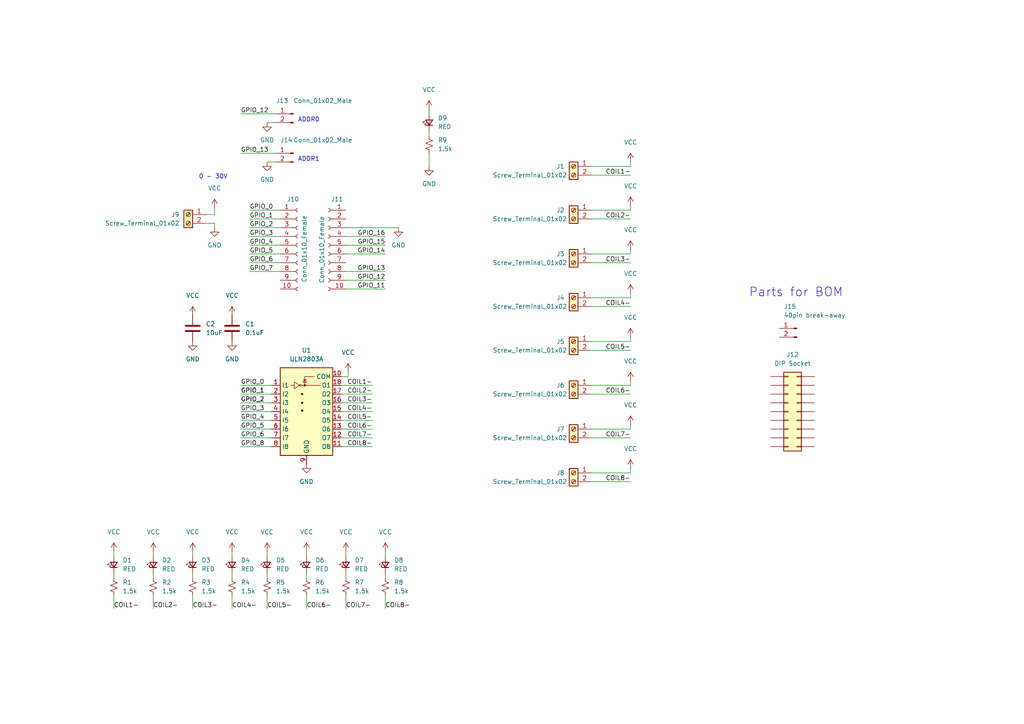
<source format=kicad_sch>
(kicad_sch (version 20211123) (generator eeschema)
  (paper "A4")
  (lib_symbols
    (symbol "Connector:Conn_01x02_Male" (pin_names (offset 1.016) hide)
      (property "Reference" "J" (at 0 2.54 0))
      (property "Value" "Conn_01x02_Male" (at 0 -5.08 0))
      (symbol "Conn_01x02_Male_1_1"
        (polyline (pts (xy 1.27 -2.54) (xy 0.8636 -2.54)) (stroke (width 0.1524)))
        (polyline (pts (xy 1.27 0) (xy 0.8636 0)) (stroke (width 0.1524)))
        (rectangle (start 0.8636 -2.413) (end 0 -2.667) (stroke (width 0.1524)) (fill (type outline)))
        (rectangle (start 0.8636 0.127) (end 0 -0.127) (stroke (width 0.1524)) (fill (type outline)))
        (pin passive line (at 5.08 0 180) (length 3.81) (name "Pin_1") (number "1"))
        (pin passive line (at 5.08 -2.54 180) (length 3.81) (name "Pin_2") (number "2"))
      )
    )
    (symbol "Connector:Conn_01x10_Female" (pin_names (offset 1.016) hide)
      (property "Reference" "J" (at 0 12.7 0))
      (property "Value" "Conn_01x10_Female" (at 0 -15.24 0))
      (symbol "Conn_01x10_Female_1_1"
        (arc (start 0 -12.192) (mid -0.508 -12.7) (end 0 -13.208) (stroke (width 0.1524)))
        (arc (start 0 -9.652) (mid -0.508 -10.16) (end 0 -10.668) (stroke (width 0.1524)))
        (arc (start 0 -7.112) (mid -0.508 -7.62) (end 0 -8.128) (stroke (width 0.1524)))
        (arc (start 0 -4.572) (mid -0.508 -5.08) (end 0 -5.588) (stroke (width 0.1524)))
        (arc (start 0 -2.032) (mid -0.508 -2.54) (end 0 -3.048) (stroke (width 0.1524)))
        (polyline (pts (xy -1.27 -12.7) (xy -0.508 -12.7)) (stroke (width 0.1524)))
        (polyline (pts (xy -1.27 -10.16) (xy -0.508 -10.16)) (stroke (width 0.1524)))
        (polyline (pts (xy -1.27 -7.62) (xy -0.508 -7.62)) (stroke (width 0.1524)))
        (polyline (pts (xy -1.27 -5.08) (xy -0.508 -5.08)) (stroke (width 0.1524)))
        (polyline (pts (xy -1.27 -2.54) (xy -0.508 -2.54)) (stroke (width 0.1524)))
        (polyline (pts (xy -1.27 0) (xy -0.508 0)) (stroke (width 0.1524)))
        (polyline (pts (xy -1.27 2.54) (xy -0.508 2.54)) (stroke (width 0.1524)))
        (polyline (pts (xy -1.27 5.08) (xy -0.508 5.08)) (stroke (width 0.1524)))
        (polyline (pts (xy -1.27 7.62) (xy -0.508 7.62)) (stroke (width 0.1524)))
        (polyline (pts (xy -1.27 10.16) (xy -0.508 10.16)) (stroke (width 0.1524)))
        (arc (start 0 0.508) (mid -0.508 0) (end 0 -0.508) (stroke (width 0.1524)))
        (arc (start 0 3.048) (mid -0.508 2.54) (end 0 2.032) (stroke (width 0.1524)))
        (arc (start 0 5.588) (mid -0.508 5.08) (end 0 4.572) (stroke (width 0.1524)))
        (arc (start 0 8.128) (mid -0.508 7.62) (end 0 7.112) (stroke (width 0.1524)))
        (arc (start 0 10.668) (mid -0.508 10.16) (end 0 9.652) (stroke (width 0.1524)))
        (pin passive line (at -5.08 10.16 0) (length 3.81) (name "Pin_1") (number "1"))
        (pin passive line (at -5.08 -12.7 0) (length 3.81) (name "Pin_10") (number "10"))
        (pin passive line (at -5.08 7.62 0) (length 3.81) (name "Pin_2") (number "2"))
        (pin passive line (at -5.08 5.08 0) (length 3.81) (name "Pin_3") (number "3"))
        (pin passive line (at -5.08 2.54 0) (length 3.81) (name "Pin_4") (number "4"))
        (pin passive line (at -5.08 0 0) (length 3.81) (name "Pin_5") (number "5"))
        (pin passive line (at -5.08 -2.54 0) (length 3.81) (name "Pin_6") (number "6"))
        (pin passive line (at -5.08 -5.08 0) (length 3.81) (name "Pin_7") (number "7"))
        (pin passive line (at -5.08 -7.62 0) (length 3.81) (name "Pin_8") (number "8"))
        (pin passive line (at -5.08 -10.16 0) (length 3.81) (name "Pin_9") (number "9"))
      )
    )
    (symbol "Connector:Screw_Terminal_01x02" (pin_names (offset 1.016) hide)
      (property "Reference" "J" (at 0 2.54 0))
      (property "Value" "Screw_Terminal_01x02" (at 0 -5.08 0))
      (symbol "Screw_Terminal_01x02_1_1"
        (rectangle (start -1.27 1.27) (end 1.27 -3.81) (stroke (width 0.254)) (fill (type background)))
        (circle (center 0 -2.54) (radius 0.635) (stroke (width 0.1524)))
        (polyline (pts (xy -0.5334 -2.2098) (xy 0.3302 -3.048)) (stroke (width 0.1524)))
        (polyline (pts (xy -0.5334 0.3302) (xy 0.3302 -0.508)) (stroke (width 0.1524)))
        (polyline (pts (xy -0.3556 -2.032) (xy 0.508 -2.8702)) (stroke (width 0.1524)))
        (polyline (pts (xy -0.3556 0.508) (xy 0.508 -0.3302)) (stroke (width 0.1524)))
        (circle (center 0 0) (radius 0.635) (stroke (width 0.1524)))
        (pin passive line (at -5.08 0 0) (length 3.81) (name "Pin_1") (number "1"))
        (pin passive line (at -5.08 -2.54 0) (length 3.81) (name "Pin_2") (number "2"))
      )
    )
    (symbol "Connector_Generic:Conn_02x09_Counter_Clockwise" (pin_numbers hide) (pin_names (offset 1.016) hide)
      (property "Reference" "J" (at 1.27 12.7 0))
      (property "Value" "Conn_02x09_Counter_Clockwise" (at 1.27 -12.7 0))
      (symbol "Conn_02x09_Counter_Clockwise_1_1"
        (rectangle (start -1.27 -10.033) (end 0 -10.287) (stroke (width 0.1524)))
        (rectangle (start -1.27 -7.493) (end 0 -7.747) (stroke (width 0.1524)))
        (rectangle (start -1.27 -4.953) (end 0 -5.207) (stroke (width 0.1524)))
        (rectangle (start -1.27 -2.413) (end 0 -2.667) (stroke (width 0.1524)))
        (rectangle (start -1.27 0.127) (end 0 -0.127) (stroke (width 0.1524)))
        (rectangle (start -1.27 2.667) (end 0 2.413) (stroke (width 0.1524)))
        (rectangle (start -1.27 5.207) (end 0 4.953) (stroke (width 0.1524)))
        (rectangle (start -1.27 7.747) (end 0 7.493) (stroke (width 0.1524)))
        (rectangle (start -1.27 10.287) (end 0 10.033) (stroke (width 0.1524)))
        (rectangle (start -1.27 11.43) (end 3.81 -11.43) (stroke (width 0.254)) (fill (type background)))
        (rectangle (start 3.81 -10.033) (end 2.54 -10.287) (stroke (width 0.1524)))
        (rectangle (start 3.81 -7.493) (end 2.54 -7.747) (stroke (width 0.1524)))
        (rectangle (start 3.81 -4.953) (end 2.54 -5.207) (stroke (width 0.1524)))
        (rectangle (start 3.81 -2.413) (end 2.54 -2.667) (stroke (width 0.1524)))
        (rectangle (start 3.81 0.127) (end 2.54 -0.127) (stroke (width 0.1524)))
        (rectangle (start 3.81 2.667) (end 2.54 2.413) (stroke (width 0.1524)))
        (rectangle (start 3.81 5.207) (end 2.54 4.953) (stroke (width 0.1524)))
        (rectangle (start 3.81 7.747) (end 2.54 7.493) (stroke (width 0.1524)))
        (rectangle (start 3.81 10.287) (end 2.54 10.033) (stroke (width 0.1524)))
        (pin passive line (at -5.08 10.16 0) (length 3.81) (name "Pin_1") (number "1"))
        (pin passive line (at 7.62 -10.16 180) (length 3.81) (name "Pin_10") (number "10"))
        (pin passive line (at 7.62 -7.62 180) (length 3.81) (name "Pin_11") (number "11"))
        (pin passive line (at 7.62 -5.08 180) (length 3.81) (name "Pin_12") (number "12"))
        (pin passive line (at 7.62 -2.54 180) (length 3.81) (name "Pin_13") (number "13"))
        (pin passive line (at 7.62 0 180) (length 3.81) (name "Pin_14") (number "14"))
        (pin passive line (at 7.62 2.54 180) (length 3.81) (name "Pin_15") (number "15"))
        (pin passive line (at 7.62 5.08 180) (length 3.81) (name "Pin_16") (number "16"))
        (pin passive line (at 7.62 7.62 180) (length 3.81) (name "Pin_17") (number "17"))
        (pin passive line (at 7.62 10.16 180) (length 3.81) (name "Pin_18") (number "18"))
        (pin passive line (at -5.08 7.62 0) (length 3.81) (name "Pin_2") (number "2"))
        (pin passive line (at -5.08 5.08 0) (length 3.81) (name "Pin_3") (number "3"))
        (pin passive line (at -5.08 2.54 0) (length 3.81) (name "Pin_4") (number "4"))
        (pin passive line (at -5.08 0 0) (length 3.81) (name "Pin_5") (number "5"))
        (pin passive line (at -5.08 -2.54 0) (length 3.81) (name "Pin_6") (number "6"))
        (pin passive line (at -5.08 -5.08 0) (length 3.81) (name "Pin_7") (number "7"))
        (pin passive line (at -5.08 -7.62 0) (length 3.81) (name "Pin_8") (number "8"))
        (pin passive line (at -5.08 -10.16 0) (length 3.81) (name "Pin_9") (number "9"))
      )
    )
    (symbol "Device:C" (pin_numbers hide) (pin_names (offset 0.254))
      (property "Reference" "C" (at 0.635 2.54 0))
      (property "Value" "C" (at 0.635 -2.54 0))
      (symbol "C_0_1"
        (polyline (pts (xy -2.032 -0.762) (xy 2.032 -0.762)) (stroke (width 0.508)))
        (polyline (pts (xy -2.032 0.762) (xy 2.032 0.762)) (stroke (width 0.508)))
      )
      (symbol "C_1_1"
        (pin passive line (at 0 3.81 270) (length 2.794) (name "~") (number "1"))
        (pin passive line (at 0 -3.81 90) (length 2.794) (name "~") (number "2"))
      )
    )
    (symbol "Device:LED_Small" (pin_numbers hide) (pin_names (offset 0.254) hide)
      (property "Reference" "D" (at -1.27 3.175 0))
      (property "Value" "LED_Small" (at -4.445 -2.54 0))
      (symbol "LED_Small_0_1"
        (polyline (pts (xy -0.762 -1.016) (xy -0.762 1.016)) (stroke (width 0.254)))
        (polyline (pts (xy 1.016 0) (xy -0.762 0)))
        (polyline (pts (xy 0.762 -1.016) (xy -0.762 0) (xy 0.762 1.016) (xy 0.762 -1.016)) (stroke (width 0.254)))
        (polyline (pts (xy 0 0.762) (xy -0.508 1.27) (xy -0.254 1.27) (xy -0.508 1.27) (xy -0.508 1.016)))
        (polyline (pts (xy 0.508 1.27) (xy 0 1.778) (xy 0.254 1.778) (xy 0 1.778) (xy 0 1.524)))
      )
      (symbol "LED_Small_1_1"
        (pin passive line (at -2.54 0 0) (length 1.778) (name "K") (number "1"))
        (pin passive line (at 2.54 0 180) (length 1.778) (name "A") (number "2"))
      )
    )
    (symbol "Device:R_Small_US" (pin_numbers hide) (pin_names (offset 0.254) hide)
      (property "Reference" "R" (at 0.762 0.508 0))
      (property "Value" "R_Small_US" (at 0.762 -1.016 0))
      (symbol "R_Small_US_1_1"
        (polyline (pts (xy 0 0) (xy 1.016 -0.381) (xy 0 -0.762) (xy -1.016 -1.143) (xy 0 -1.524)))
        (polyline (pts (xy 0 1.524) (xy 1.016 1.143) (xy 0 0.762) (xy -1.016 0.381) (xy 0 0)))
        (pin passive line (at 0 2.54 270) (length 1.016) (name "~") (number "1"))
        (pin passive line (at 0 -2.54 90) (length 1.016) (name "~") (number "2"))
      )
    )
    (symbol "Transistor_Array:ULN2803A"
      (property "Reference" "U" (at 0 13.335 0))
      (property "Value" "ULN2803A" (at 0 11.43 0))
      (symbol "ULN2803A_0_1"
        (rectangle (start -7.62 -15.24) (end 7.62 10.16) (stroke (width 0.254)) (fill (type background)))
        (circle (center -1.778 5.08) (radius 0.254))
        (circle (center -1.27 -2.286) (radius 0.254) (fill (type outline)))
        (circle (center -1.27 0) (radius 0.254) (fill (type outline)))
        (circle (center -1.27 2.54) (radius 0.254) (fill (type outline)))
        (circle (center -0.508 5.08) (radius 0.254) (fill (type outline)))
        (polyline (pts (xy -4.572 5.08) (xy -3.556 5.08)))
        (polyline (pts (xy -1.524 5.08) (xy 4.064 5.08)))
        (polyline (pts (xy 0 6.731) (xy -1.016 6.731)))
        (polyline (pts (xy -0.508 5.08) (xy -0.508 7.62) (xy 2.286 7.62)))
        (polyline (pts (xy -3.556 6.096) (xy -3.556 4.064) (xy -2.032 5.08) (xy -3.556 6.096)))
        (polyline (pts (xy 0 5.969) (xy -1.016 5.969) (xy -0.508 6.731) (xy 0 5.969)))
      )
      (symbol "ULN2803A_1_1"
        (pin input line (at -10.16 5.08 0) (length 2.54) (name "I1") (number "1"))
        (pin passive line (at 10.16 7.62 180) (length 2.54) (name "COM") (number "10"))
        (pin open_collector line (at 10.16 -12.7 180) (length 2.54) (name "O8") (number "11"))
        (pin open_collector line (at 10.16 -10.16 180) (length 2.54) (name "O7") (number "12"))
        (pin open_collector line (at 10.16 -7.62 180) (length 2.54) (name "O6") (number "13"))
        (pin open_collector line (at 10.16 -5.08 180) (length 2.54) (name "O5") (number "14"))
        (pin open_collector line (at 10.16 -2.54 180) (length 2.54) (name "O4") (number "15"))
        (pin open_collector line (at 10.16 0 180) (length 2.54) (name "O3") (number "16"))
        (pin open_collector line (at 10.16 2.54 180) (length 2.54) (name "O2") (number "17"))
        (pin open_collector line (at 10.16 5.08 180) (length 2.54) (name "O1") (number "18"))
        (pin input line (at -10.16 2.54 0) (length 2.54) (name "I2") (number "2"))
        (pin input line (at -10.16 0 0) (length 2.54) (name "I3") (number "3"))
        (pin input line (at -10.16 -2.54 0) (length 2.54) (name "I4") (number "4"))
        (pin input line (at -10.16 -5.08 0) (length 2.54) (name "I5") (number "5"))
        (pin input line (at -10.16 -7.62 0) (length 2.54) (name "I6") (number "6"))
        (pin input line (at -10.16 -10.16 0) (length 2.54) (name "I7") (number "7"))
        (pin input line (at -10.16 -12.7 0) (length 2.54) (name "I8") (number "8"))
        (pin power_in line (at 0 -17.78 90) (length 2.54) (name "GND") (number "9"))
      )
    )
    (symbol "power:GND" (power) (pin_names (offset 0))
      (property "Value" "GND" (at 0 -3.81 0))
      (symbol "GND_0_1"
        (polyline (pts (xy 0 0) (xy 0 -1.27) (xy 1.27 -1.27) (xy 0 -2.54) (xy -1.27 -1.27) (xy 0 -1.27)))
      )
      (symbol "GND_1_1"
        (pin power_in line (at 0 0 270) (length 0) hide (name "GND") (number "1"))
      )
    )
    (symbol "power:VCC" (power) (pin_names (offset 0))
      (property "Value" "VCC" (at 0 3.81 0))
      (symbol "VCC_0_1"
        (polyline (pts (xy -0.762 1.27) (xy 0 2.54)))
        (polyline (pts (xy 0 0) (xy 0 2.54)))
        (polyline (pts (xy 0 2.54) (xy 0.762 1.27)))
      )
      (symbol "VCC_1_1"
        (pin power_in line (at 0 0 90) (length 0) hide (name "VCC") (number "1"))
      )
    )
  )
  (wire (pts (xy 77.47 160.02) (xy 77.47 161.29)))
  (wire (pts (xy 72.39 60.96) (xy 81.28 60.96)))
  (wire (pts (xy 99.06 127) (xy 107.95 127)))
  (wire (pts (xy 55.88 160.02) (xy 55.88 161.29)))
  (wire (pts (xy 111.76 166.37) (xy 111.76 167.64)))
  (wire (pts (xy 77.47 166.37) (xy 77.47 167.64)))
  (wire (pts (xy 100.33 73.66) (xy 111.76 73.66)))
  (wire (pts (xy 69.85 119.38) (xy 78.74 119.38)))
  (wire (pts (xy 182.88 86.36) (xy 171.45 86.36)))
  (wire (pts (xy 182.88 137.16) (xy 171.45 137.16)))
  (wire (pts (xy 62.23 64.77) (xy 62.23 66.04)))
  (wire (pts (xy 72.39 73.66) (xy 81.28 73.66)))
  (wire (pts (xy 99.06 129.54) (xy 107.95 129.54)))
  (wire (pts (xy 59.69 64.77) (xy 62.23 64.77)))
  (wire (pts (xy 100.33 166.37) (xy 100.33 167.64)))
  (wire (pts (xy 182.88 46.99) (xy 182.88 48.26)))
  (wire (pts (xy 100.33 83.82) (xy 111.76 83.82)))
  (wire (pts (xy 69.85 129.54) (xy 78.74 129.54)))
  (wire (pts (xy 111.76 160.02) (xy 111.76 161.29)))
  (wire (pts (xy 72.39 78.74) (xy 81.28 78.74)))
  (wire (pts (xy 171.45 139.7) (xy 182.88 139.7)))
  (wire (pts (xy 182.88 111.76) (xy 171.45 111.76)))
  (wire (pts (xy 100.33 81.28) (xy 111.76 81.28)))
  (wire (pts (xy 100.965 109.22) (xy 100.965 107.95)))
  (wire (pts (xy 69.85 44.45) (xy 80.01 44.45)))
  (wire (pts (xy 99.06 109.22) (xy 100.965 109.22)))
  (wire (pts (xy 182.88 124.46) (xy 171.45 124.46)))
  (wire (pts (xy 182.88 97.79) (xy 182.88 99.06)))
  (wire (pts (xy 69.85 121.92) (xy 78.74 121.92)))
  (wire (pts (xy 124.46 31.75) (xy 124.46 33.02)))
  (wire (pts (xy 100.33 160.02) (xy 100.33 161.29)))
  (wire (pts (xy 182.88 85.09) (xy 182.88 86.36)))
  (wire (pts (xy 69.85 33.02) (xy 80.01 33.02)))
  (wire (pts (xy 100.33 78.74) (xy 111.76 78.74)))
  (wire (pts (xy 44.45 166.37) (xy 44.45 167.64)))
  (wire (pts (xy 111.76 172.72) (xy 111.76 176.53)))
  (wire (pts (xy 171.45 63.5) (xy 182.88 63.5)))
  (wire (pts (xy 77.47 172.72) (xy 77.47 176.53)))
  (wire (pts (xy 124.46 44.45) (xy 124.46 48.26)))
  (wire (pts (xy 182.88 60.96) (xy 171.45 60.96)))
  (wire (pts (xy 88.9 166.37) (xy 88.9 167.64)))
  (wire (pts (xy 55.88 166.37) (xy 55.88 167.64)))
  (wire (pts (xy 182.88 110.49) (xy 182.88 111.76)))
  (wire (pts (xy 69.85 127) (xy 78.74 127)))
  (wire (pts (xy 182.88 135.89) (xy 182.88 137.16)))
  (wire (pts (xy 100.33 68.58) (xy 111.76 68.58)))
  (wire (pts (xy 171.45 114.3) (xy 182.88 114.3)))
  (wire (pts (xy 99.06 111.76) (xy 107.95 111.76)))
  (wire (pts (xy 67.31 166.37) (xy 67.31 167.64)))
  (wire (pts (xy 44.45 172.72) (xy 44.45 176.53)))
  (wire (pts (xy 67.31 160.02) (xy 67.31 161.29)))
  (wire (pts (xy 77.47 35.56) (xy 80.01 35.56)))
  (wire (pts (xy 72.39 63.5) (xy 81.28 63.5)))
  (wire (pts (xy 69.85 114.3) (xy 78.74 114.3)))
  (wire (pts (xy 77.47 46.99) (xy 80.01 46.99)))
  (wire (pts (xy 182.88 73.66) (xy 171.45 73.66)))
  (wire (pts (xy 72.39 71.12) (xy 81.28 71.12)))
  (wire (pts (xy 67.31 172.72) (xy 67.31 176.53)))
  (wire (pts (xy 55.88 172.72) (xy 55.88 176.53)))
  (wire (pts (xy 99.06 114.3) (xy 107.95 114.3)))
  (wire (pts (xy 62.23 62.23) (xy 59.69 62.23)))
  (wire (pts (xy 171.45 50.8) (xy 182.88 50.8)))
  (wire (pts (xy 72.39 66.04) (xy 81.28 66.04)))
  (wire (pts (xy 72.39 68.58) (xy 81.28 68.58)))
  (wire (pts (xy 99.06 116.84) (xy 107.95 116.84)))
  (wire (pts (xy 99.06 124.46) (xy 107.95 124.46)))
  (wire (pts (xy 88.9 172.72) (xy 88.9 176.53)))
  (wire (pts (xy 100.33 172.72) (xy 100.33 176.53)))
  (wire (pts (xy 171.45 76.2) (xy 182.88 76.2)))
  (wire (pts (xy 33.02 166.37) (xy 33.02 167.64)))
  (wire (pts (xy 182.88 48.26) (xy 171.45 48.26)))
  (wire (pts (xy 69.85 124.46) (xy 78.74 124.46)))
  (wire (pts (xy 182.88 59.69) (xy 182.88 60.96)))
  (wire (pts (xy 100.33 71.12) (xy 111.76 71.12)))
  (wire (pts (xy 33.02 160.02) (xy 33.02 161.29)))
  (wire (pts (xy 44.45 160.02) (xy 44.45 161.29)))
  (wire (pts (xy 33.02 172.72) (xy 33.02 176.53)))
  (wire (pts (xy 69.85 111.76) (xy 78.74 111.76)))
  (wire (pts (xy 62.23 60.325) (xy 62.23 62.23)))
  (wire (pts (xy 72.39 76.2) (xy 81.28 76.2)))
  (wire (pts (xy 171.45 88.9) (xy 182.88 88.9)))
  (wire (pts (xy 88.9 160.02) (xy 88.9 161.29)))
  (wire (pts (xy 124.46 38.1) (xy 124.46 39.37)))
  (wire (pts (xy 182.88 123.19) (xy 182.88 124.46)))
  (wire (pts (xy 171.45 127) (xy 182.88 127)))
  (wire (pts (xy 99.06 119.38) (xy 107.95 119.38)))
  (wire (pts (xy 171.45 101.6) (xy 182.88 101.6)))
  (wire (pts (xy 99.06 121.92) (xy 107.95 121.92)))
  (wire (pts (xy 100.33 66.04) (xy 115.57 66.04)))
  (wire (pts (xy 182.88 72.39) (xy 182.88 73.66)))
  (wire (pts (xy 69.85 116.84) (xy 78.74 116.84)))
  (wire (pts (xy 182.88 99.06) (xy 171.45 99.06)))
  (text "0 - 30V" (at 66.04 52.07 180) (effects (font (size 1.27 1.27)) (justify right bottom)))
  (text "Parts for BOM" (at 217.17 86.36 0) (effects (font (size 2.54 2.54)) (justify left bottom)))
  (text "ADDR0" (at 92.71 35.56 180) (effects (font (size 1.27 1.27)) (justify right bottom)))
  (text "ADDR1" (at 92.71 46.99 180) (effects (font (size 1.27 1.27)) (justify right bottom)))
  (label "COIL6-" (at 107.95 124.46 180))
  (label "COIL2-" (at 44.45 176.53 0))
  (label "GPIO_5" (at 72.39 73.66 0))
  (label "COIL5-" (at 182.88 101.6 180))
  (label "COIL7-" (at 100.33 176.53 0))
  (label "GPIO_1" (at 72.39 63.5 0))
  (label "GPIO_5" (at 69.85 124.46 0))
  (label "GPIO_12" (at 69.85 33.02 0))
  (label "GPIO_11" (at 111.76 83.82 180))
  (label "COIL4-" (at 107.95 119.38 180))
  (label "GPIO_6" (at 72.39 76.2 0))
  (label "GPIO_12" (at 111.76 81.28 180))
  (label "GPIO_15" (at 111.76 71.12 180))
  (label "GPIO_3" (at 72.39 68.58 0))
  (label "GPIO_2" (at 72.39 66.04 0))
  (label "GPIO_2" (at 69.85 116.84 0))
  (label "COIL3-" (at 55.88 176.53 0))
  (label "GPIO_3" (at 69.85 119.38 0))
  (label "COIL1-" (at 107.95 111.76 180))
  (label "GPIO_0" (at 69.85 111.76 0))
  (label "GPIO_6" (at 69.85 127 0))
  (label "GPIO_13" (at 111.76 78.74 180))
  (label "COIL8-" (at 111.76 176.53 0))
  (label "COIL6-" (at 182.88 114.3 180))
  (label "COIL8-" (at 182.88 139.7 180))
  (label "GPIO_13" (at 69.85 44.45 0))
  (label "COIL5-" (at 77.47 176.53 0))
  (label "COIL2-" (at 107.95 114.3 180))
  (label "GPIO_14" (at 111.76 73.66 180))
  (label "COIL7-" (at 182.88 127 180))
  (label "COIL6-" (at 88.9 176.53 0))
  (label "GPIO_8" (at 69.85 129.54 0))
  (label "COIL7-" (at 107.95 127 180))
  (label "GPIO_0" (at 72.39 60.96 0))
  (label "GPIO_16" (at 111.76 68.58 180))
  (label "GPIO_2" (at 69.85 116.84 0))
  (label "COIL4-" (at 67.31 176.53 0))
  (label "COIL4-" (at 182.88 88.9 180))
  (label "GPIO_1" (at 69.85 114.3 0))
  (label "COIL8-" (at 107.95 129.54 180))
  (label "COIL3-" (at 182.88 76.2 180))
  (label "GPIO_7" (at 72.39 78.74 0))
  (label "GPIO_4" (at 69.85 121.92 0))
  (label "COIL3-" (at 107.95 116.84 180))
  (label "COIL1-" (at 182.88 50.8 180))
  (label "COIL5-" (at 107.95 121.92 180))
  (label "COIL2-" (at 182.88 63.5 180))
  (label "GPIO_1" (at 69.85 114.3 0))
  (label "GPIO_4" (at 72.39 71.12 0))
  (label "COIL1-" (at 33.02 176.53 0))
  (symbol (lib_id "Connector:Conn_01x02_Male") (at 85.09 44.45 0) (mirror y) (unit 1)
    (property "Reference" "J14" (at 81.28 40.64 0) (effects (justify right)))
    (property "Value" "Conn_01x02_Male" (at 85.09 40.64 0) (effects (justify right)))
    (property "Footprint" "Connector_PinHeader_2.54mm:PinHeader_1x02_P2.54mm_Vertical" (effects hide))
  )
  (symbol (lib_id "power:VCC") (at 182.88 72.39 0) (unit 1)
    (property "Reference" "#PWR09" (effects hide))
    (property "Value" "VCC" (at 182.88 66.675 0))
  )
  (symbol (lib_id "Device:C") (at 55.88 95.25 180) (unit 1)
    (property "Reference" "C2" (at 59.69 93.9799 0) (effects (justify right)))
    (property "Value" "10uF" (at 59.69 96.5199 0) (effects (justify right)))
    (property "Footprint" "Capacitor_SMD:CP_Elec_4x5.4" (effects hide))
    (property "Datasheet" "https://connect.kemet.com:7667/gateway/IntelliData-ComponentDocumentation/1.0/download/datasheet/EDK106M035A9BAA" (effects hide))
    (property "Mfg" "Kemet" (effects hide))
    (property "Part" "EDK106M035A9BAA" (effects hide))
  )
  (symbol (lib_id "Device:LED_Small") (at 44.45 163.83 90) (unit 1)
    (property "Reference" "D2" (at 46.99 162.4964 90) (effects (justify right)))
    (property "Value" "RED" (at 46.99 165.0364 90) (effects (justify right)))
    (property "Footprint" "LED_SMD:LED_0805_2012Metric" (effects hide))
    (property "Datasheet" "https://dammedia.osram.info/media/resource/hires/osram-dam-5178068/LS%20R976_EN.pdf" (effects hide))
    (property "Mfg" "Osram" (effects hide))
    (property "Part" "LS R976-NR-1" (effects hide))
  )
  (symbol (lib_id "power:VCC") (at 33.02 160.02 0) (unit 1)
    (property "Reference" "#PWR0108" (effects hide))
    (property "Value" "VCC" (at 33.02 154.305 0))
  )
  (symbol (lib_id "power:GND") (at 88.9 134.62 0) (unit 1)
    (property "Reference" "#PWR05" (effects hide))
    (property "Value" "GND" (at 88.9 139.7 0))
  )
  (symbol (lib_id "Connector_Generic:Conn_02x09_Counter_Clockwise") (at 228.6 119.38 0) (unit 1) (on_board no)
    (property "Reference" "J12" (at 229.87 102.87 0))
    (property "Value" "DIP Socket" (at 229.87 105.41 0))
    (property "Datasheet" "https://www.te.com/usa-en/product-1-2199298-5.datasheet.pdf" (effects hide))
    (property "Mfg" "TE" (effects hide))
    (property "Part" "1-2199298-5" (effects hide))
  )
  (symbol (lib_id "Device:R_Small_US") (at 88.9 170.18 0) (unit 1)
    (property "Reference" "R6" (at 91.44 168.9099 0) (effects (justify left)))
    (property "Value" "1.5k" (at 91.44 171.4499 0) (effects (justify left)))
    (property "Footprint" "Resistor_SMD:R_0805_2012Metric" (effects hide))
  )
  (symbol (lib_id "Device:R_Small_US") (at 33.02 170.18 0) (unit 1)
    (property "Reference" "R1" (at 35.56 168.9099 0) (effects (justify left)))
    (property "Value" "1.5k" (at 35.56 171.4499 0) (effects (justify left)))
    (property "Footprint" "Resistor_SMD:R_0805_2012Metric" (effects hide))
  )
  (symbol (lib_id "Connector:Screw_Terminal_01x02") (at 166.37 73.66 0) (mirror y) (unit 1)
    (property "Reference" "J3" (at 162.56 73.66 0))
    (property "Value" "Screw_Terminal_01x02" (at 153.67 76.2 0))
    (property "Footprint" "TerminalBlock_TE-Connectivity:TerminalBlock_TE_282834-2_1x02_P2.54mm_Horizontal" (effects hide))
  )
  (symbol (lib_id "power:VCC") (at 55.88 160.02 0) (unit 1)
    (property "Reference" "#PWR0107" (effects hide))
    (property "Value" "VCC" (at 55.88 154.305 0))
  )
  (symbol (lib_id "power:VCC") (at 62.23 60.325 0) (mirror y) (unit 1)
    (property "Reference" "#PWR01" (effects hide))
    (property "Value" "VCC" (at 62.23 54.61 0))
  )
  (symbol (lib_id "Connector:Screw_Terminal_01x02") (at 166.37 124.46 0) (mirror y) (unit 1)
    (property "Reference" "J7" (at 162.56 124.46 0))
    (property "Value" "Screw_Terminal_01x02" (at 153.67 127 0))
    (property "Footprint" "TerminalBlock_TE-Connectivity:TerminalBlock_TE_282834-2_1x02_P2.54mm_Horizontal" (effects hide))
  )
  (symbol (lib_id "Connector:Screw_Terminal_01x02") (at 166.37 137.16 0) (mirror y) (unit 1)
    (property "Reference" "J8" (at 162.56 137.16 0))
    (property "Value" "Screw_Terminal_01x02" (at 153.67 139.7 0))
    (property "Footprint" "TerminalBlock_TE-Connectivity:TerminalBlock_TE_282834-2_1x02_P2.54mm_Horizontal" (effects hide))
    (property "Datasheet" "https://www.te.com/usa-en/product-282834-2.datasheet.pdf" (effects hide))
  )
  (symbol (lib_id "power:VCC") (at 182.88 59.69 0) (unit 1)
    (property "Reference" "#PWR08" (effects hide))
    (property "Value" "VCC" (at 182.88 53.975 0))
  )
  (symbol (lib_id "Transistor_Array:ULN2803A") (at 88.9 116.84 0) (unit 1)
    (property "Reference" "U1" (at 88.9 101.6 0))
    (property "Value" "ULN2803A" (at 88.9 104.14 0))
    (property "Footprint" "Package_DIP:DIP-18_W7.62mm_Socket" (effects hide))
    (property "Datasheet" "http://www.ti.com/lit/ds/symlink/uln2803a.pdf" (effects hide))
  )
  (symbol (lib_id "power:VCC") (at 77.47 160.02 0) (unit 1)
    (property "Reference" "#PWR0104" (effects hide))
    (property "Value" "VCC" (at 77.47 154.305 0))
  )
  (symbol (lib_id "Connector:Screw_Terminal_01x02") (at 166.37 99.06 0) (mirror y) (unit 1)
    (property "Reference" "J5" (at 162.56 99.06 0))
    (property "Value" "Screw_Terminal_01x02" (at 153.67 101.6 0))
    (property "Footprint" "TerminalBlock_TE-Connectivity:TerminalBlock_TE_282834-2_1x02_P2.54mm_Horizontal" (effects hide))
  )
  (symbol (lib_id "Device:LED_Small") (at 88.9 163.83 90) (unit 1)
    (property "Reference" "D6" (at 91.44 162.4964 90) (effects (justify right)))
    (property "Value" "RED" (at 91.44 165.0364 90) (effects (justify right)))
    (property "Footprint" "LED_SMD:LED_0805_2012Metric" (effects hide))
    (property "Datasheet" "https://dammedia.osram.info/media/resource/hires/osram-dam-5178068/LS%20R976_EN.pdf" (effects hide))
    (property "Mfg" "Osram" (effects hide))
    (property "Part" "LS R976-NR-1" (effects hide))
  )
  (symbol (lib_id "power:VCC") (at 100.965 107.95 0) (unit 1)
    (property "Reference" "#PWR06" (effects hide))
    (property "Value" "VCC" (at 100.965 102.235 0))
  )
  (symbol (lib_id "Device:R_Small_US") (at 44.45 170.18 0) (unit 1)
    (property "Reference" "R2" (at 46.99 168.9099 0) (effects (justify left)))
    (property "Value" "1.5k" (at 46.99 171.4499 0) (effects (justify left)))
    (property "Footprint" "Resistor_SMD:R_0805_2012Metric" (effects hide))
  )
  (symbol (lib_id "power:VCC") (at 182.88 110.49 0) (unit 1)
    (property "Reference" "#PWR012" (effects hide))
    (property "Value" "VCC" (at 182.88 104.775 0))
  )
  (symbol (lib_id "power:VCC") (at 182.88 135.89 0) (unit 1)
    (property "Reference" "#PWR014" (effects hide))
    (property "Value" "VCC" (at 182.88 130.175 0))
  )
  (symbol (lib_id "Connector:Screw_Terminal_01x02") (at 166.37 48.26 0) (mirror y) (unit 1)
    (property "Reference" "J1" (at 162.56 48.26 0))
    (property "Value" "Screw_Terminal_01x02" (at 153.67 50.8 0))
    (property "Footprint" "TerminalBlock_TE-Connectivity:TerminalBlock_TE_282834-2_1x02_P2.54mm_Horizontal" (effects hide))
  )
  (symbol (lib_id "Connector:Conn_01x10_Female") (at 95.25 71.12 0) (mirror y) (unit 1)
    (property "Reference" "J11" (at 97.79 57.785 0))
    (property "Value" "Conn_01x10_Female" (at 93.345 72.39 90))
    (property "Footprint" "Connector_PinSocket_2.54mm:PinSocket_1x10_P2.54mm_Vertical" (effects hide))
  )
  (symbol (lib_id "Device:LED_Small") (at 77.47 163.83 90) (unit 1)
    (property "Reference" "D5" (at 80.01 162.4964 90) (effects (justify right)))
    (property "Value" "RED" (at 80.01 165.0364 90) (effects (justify right)))
    (property "Footprint" "LED_SMD:LED_0805_2012Metric" (effects hide))
    (property "Datasheet" "https://dammedia.osram.info/media/resource/hires/osram-dam-5178068/LS%20R976_EN.pdf" (effects hide))
    (property "Mfg" "Osram" (effects hide))
    (property "Part" "LS R976-NR-1" (effects hide))
  )
  (symbol (lib_id "Device:R_Small_US") (at 111.76 170.18 0) (unit 1)
    (property "Reference" "R8" (at 114.3 168.9099 0) (effects (justify left)))
    (property "Value" "1.5k" (at 114.3 171.4499 0) (effects (justify left)))
    (property "Footprint" "Resistor_SMD:R_0805_2012Metric" (effects hide))
  )
  (symbol (lib_id "power:VCC") (at 124.46 31.75 0) (unit 1)
    (property "Reference" "#PWR020" (effects hide))
    (property "Value" "VCC" (at 124.46 26.035 0))
  )
  (symbol (lib_id "power:VCC") (at 182.88 123.19 0) (unit 1)
    (property "Reference" "#PWR013" (effects hide))
    (property "Value" "VCC" (at 182.88 117.475 0))
  )
  (symbol (lib_id "power:VCC") (at 100.33 160.02 0) (unit 1)
    (property "Reference" "#PWR0102" (effects hide))
    (property "Value" "VCC" (at 100.33 154.305 0))
  )
  (symbol (lib_id "power:GND") (at 77.47 46.99 0) (unit 1)
    (property "Reference" "#PWR018" (effects hide))
    (property "Value" "GND" (at 77.47 52.07 0))
  )
  (symbol (lib_id "power:VCC") (at 44.45 160.02 0) (unit 1)
    (property "Reference" "#PWR0106" (effects hide))
    (property "Value" "VCC" (at 44.45 154.305 0))
  )
  (symbol (lib_id "power:VCC") (at 182.88 46.99 0) (unit 1)
    (property "Reference" "#PWR07" (effects hide))
    (property "Value" "VCC" (at 182.88 41.275 0))
  )
  (symbol (lib_id "Connector:Screw_Terminal_01x02") (at 166.37 86.36 0) (mirror y) (unit 1)
    (property "Reference" "J4" (at 162.56 86.36 0))
    (property "Value" "Screw_Terminal_01x02" (at 153.67 88.9 0))
    (property "Footprint" "TerminalBlock_TE-Connectivity:TerminalBlock_TE_282834-2_1x02_P2.54mm_Horizontal" (effects hide))
  )
  (symbol (lib_id "Device:LED_Small") (at 55.88 163.83 90) (unit 1)
    (property "Reference" "D3" (at 58.42 162.4964 90) (effects (justify right)))
    (property "Value" "RED" (at 58.42 165.0364 90) (effects (justify right)))
    (property "Footprint" "LED_SMD:LED_0805_2012Metric" (effects hide))
    (property "Datasheet" "https://dammedia.osram.info/media/resource/hires/osram-dam-5178068/LS%20R976_EN.pdf" (effects hide))
    (property "Mfg" "Osram" (effects hide))
    (property "Part" "LS R976-NR-1" (effects hide))
  )
  (symbol (lib_id "Device:R_Small_US") (at 77.47 170.18 0) (unit 1)
    (property "Reference" "R5" (at 80.01 168.9099 0) (effects (justify left)))
    (property "Value" "1.5k" (at 80.01 171.4499 0) (effects (justify left)))
    (property "Footprint" "Resistor_SMD:R_0805_2012Metric" (effects hide))
  )
  (symbol (lib_id "Device:LED_Small") (at 111.76 163.83 90) (unit 1)
    (property "Reference" "D8" (at 114.3 162.4964 90) (effects (justify right)))
    (property "Value" "RED" (at 114.3 165.0364 90) (effects (justify right)))
    (property "Footprint" "LED_SMD:LED_0805_2012Metric" (effects hide))
    (property "Datasheet" "https://dammedia.osram.info/media/resource/hires/osram-dam-5178068/LS%20R976_EN.pdf" (effects hide))
    (property "Mfg" "Osram" (effects hide))
    (property "Part" "LS R976-NR-1" (effects hide))
  )
  (symbol (lib_id "power:GND") (at 55.88 99.06 0) (mirror y) (unit 1)
    (property "Reference" "#PWR016" (effects hide))
    (property "Value" "GND" (at 55.88 104.14 0))
  )
  (symbol (lib_id "Device:C") (at 67.31 95.25 180) (unit 1)
    (property "Reference" "C1" (at 71.12 93.9799 0) (effects (justify right)))
    (property "Value" "0.1uF" (at 71.12 96.5199 0) (effects (justify right)))
    (property "Footprint" "Capacitor_SMD:C_0805_2012Metric" (effects hide))
    (property "Datasheet" "https://www.yageo.com/upload/media/product/app/datasheet/mlcc/upy-gphc_x7r_6_3v-to-250v.pdf" (effects hide))
    (property "Mfg" "Yageo" (effects hide))
    (property "Part" "CC0805KRX7R9BB104" (effects hide))
  )
  (symbol (lib_id "power:VCC") (at 111.76 160.02 0) (unit 1)
    (property "Reference" "#PWR0103" (effects hide))
    (property "Value" "VCC" (at 111.76 154.305 0))
  )
  (symbol (lib_id "Device:R_Small_US") (at 67.31 170.18 0) (unit 1)
    (property "Reference" "R4" (at 69.85 168.9099 0) (effects (justify left)))
    (property "Value" "1.5k" (at 69.85 171.4499 0) (effects (justify left)))
    (property "Footprint" "Resistor_SMD:R_0805_2012Metric" (effects hide))
  )
  (symbol (lib_id "Device:LED_Small") (at 67.31 163.83 90) (unit 1)
    (property "Reference" "D4" (at 69.85 162.4964 90) (effects (justify right)))
    (property "Value" "RED" (at 69.85 165.0364 90) (effects (justify right)))
    (property "Footprint" "LED_SMD:LED_0805_2012Metric" (effects hide))
    (property "Datasheet" "https://dammedia.osram.info/media/resource/hires/osram-dam-5178068/LS%20R976_EN.pdf" (effects hide))
    (property "Mfg" "Osram" (effects hide))
    (property "Part" "LS R976-NR-1" (effects hide))
  )
  (symbol (lib_id "power:VCC") (at 55.88 91.44 0) (mirror y) (unit 1)
    (property "Reference" "#PWR015" (effects hide))
    (property "Value" "VCC" (at 55.88 85.725 0))
  )
  (symbol (lib_id "Connector:Screw_Terminal_01x02") (at 166.37 60.96 0) (mirror y) (unit 1)
    (property "Reference" "J2" (at 162.56 60.96 0))
    (property "Value" "Screw_Terminal_01x02" (at 153.67 63.5 0))
    (property "Footprint" "TerminalBlock_TE-Connectivity:TerminalBlock_TE_282834-2_1x02_P2.54mm_Horizontal" (effects hide))
  )
  (symbol (lib_id "power:GND") (at 77.47 35.56 0) (unit 1)
    (property "Reference" "#PWR017" (effects hide))
    (property "Value" "GND" (at 77.47 40.64 0))
  )
  (symbol (lib_id "Device:R_Small_US") (at 55.88 170.18 0) (unit 1)
    (property "Reference" "R3" (at 58.42 168.9099 0) (effects (justify left)))
    (property "Value" "1.5k" (at 58.42 171.4499 0) (effects (justify left)))
    (property "Footprint" "Resistor_SMD:R_0805_2012Metric" (effects hide))
  )
  (symbol (lib_id "power:VCC") (at 182.88 85.09 0) (unit 1)
    (property "Reference" "#PWR010" (effects hide))
    (property "Value" "VCC" (at 182.88 79.375 0))
  )
  (symbol (lib_id "power:GND") (at 124.46 48.26 0) (mirror y) (unit 1)
    (property "Reference" "#PWR021" (effects hide))
    (property "Value" "GND" (at 124.46 53.34 0))
  )
  (symbol (lib_id "Device:LED_Small") (at 124.46 35.56 90) (unit 1)
    (property "Reference" "D9" (at 127 34.2264 90) (effects (justify right)))
    (property "Value" "RED" (at 127 36.7664 90) (effects (justify right)))
    (property "Footprint" "LED_SMD:LED_0805_2012Metric" (effects hide))
    (property "Datasheet" "https://dammedia.osram.info/media/resource/hires/osram-dam-5178068/LS%20R976_EN.pdf" (effects hide))
    (property "Mfg" "Osram" (effects hide))
    (property "Part" "LS R976-NR-1" (effects hide))
  )
  (symbol (lib_id "Connector:Screw_Terminal_01x02") (at 54.61 62.23 0) (mirror y) (unit 1)
    (property "Reference" "J9" (at 52.07 62.2299 0) (effects (justify left)))
    (property "Value" "Screw_Terminal_01x02" (at 52.07 64.7699 0) (effects (justify left)))
    (property "Footprint" "TerminalBlock_TE-Connectivity:TerminalBlock_TE_282834-2_1x02_P2.54mm_Horizontal" (effects hide))
  )
  (symbol (lib_id "Connector:Conn_01x02_Male") (at 85.09 33.02 0) (mirror y) (unit 1)
    (property "Reference" "J13" (at 80.01 29.21 0) (effects (justify right)))
    (property "Value" "Conn_01x02_Male" (at 85.09 29.21 0) (effects (justify right)))
    (property "Footprint" "Connector_PinHeader_2.54mm:PinHeader_1x02_P2.54mm_Vertical" (effects hide))
  )
  (symbol (lib_id "Connector:Conn_01x02_Male") (at 231.14 95.25 0) (mirror y) (unit 1) (on_board no)
    (property "Reference" "J15" (at 227.33 88.9 0) (effects (justify right)))
    (property "Value" "40pin break-away" (at 227.33 91.44 0) (effects (justify right)))
    (property "Datasheet" "https://mm.digikey.com/Volume0/opasdata/d220001/medias/docus/386/xRxCzzzSxxN-RC_ST_11635-B.pdf" (effects hide))
    (property "Mfg" "Sullins" (effects hide))
    (property "Part" "PRPC040SAAN-RC" (effects hide))
  )
  (symbol (lib_id "Connector:Screw_Terminal_01x02") (at 166.37 111.76 0) (mirror y) (unit 1)
    (property "Reference" "J6" (at 162.56 111.76 0))
    (property "Value" "Screw_Terminal_01x02" (at 153.67 114.3 0))
    (property "Footprint" "TerminalBlock_TE-Connectivity:TerminalBlock_TE_282834-2_1x02_P2.54mm_Horizontal" (effects hide))
  )
  (symbol (lib_id "power:VCC") (at 88.9 160.02 0) (unit 1)
    (property "Reference" "#PWR0101" (effects hide))
    (property "Value" "VCC" (at 88.9 154.305 0))
  )
  (symbol (lib_id "power:GND") (at 115.57 66.04 0) (unit 1)
    (property "Reference" "#PWR019" (effects hide))
    (property "Value" "GND" (at 115.57 71.12 0))
  )
  (symbol (lib_id "Device:R_Small_US") (at 124.46 41.91 0) (unit 1)
    (property "Reference" "R9" (at 127 40.6399 0) (effects (justify left)))
    (property "Value" "1.5k" (at 127 43.1799 0) (effects (justify left)))
    (property "Footprint" "Resistor_SMD:R_0805_2012Metric" (effects hide))
  )
  (symbol (lib_id "Device:R_Small_US") (at 100.33 170.18 0) (unit 1)
    (property "Reference" "R7" (at 102.87 168.9099 0) (effects (justify left)))
    (property "Value" "1.5k" (at 102.87 171.4499 0) (effects (justify left)))
    (property "Footprint" "Resistor_SMD:R_0805_2012Metric" (effects hide))
  )
  (symbol (lib_id "Device:LED_Small") (at 100.33 163.83 90) (unit 1)
    (property "Reference" "D7" (at 102.87 162.4964 90) (effects (justify right)))
    (property "Value" "RED" (at 102.87 165.0364 90) (effects (justify right)))
    (property "Footprint" "LED_SMD:LED_0805_2012Metric" (effects hide))
    (property "Datasheet" "https://dammedia.osram.info/media/resource/hires/osram-dam-5178068/LS%20R976_EN.pdf" (effects hide))
    (property "Mfg" "Osram" (effects hide))
    (property "Part" "LS R976-NR-1" (effects hide))
  )
  (symbol (lib_id "power:VCC") (at 67.31 91.44 0) (mirror y) (unit 1)
    (property "Reference" "#PWR03" (effects hide))
    (property "Value" "VCC" (at 67.31 85.725 0))
  )
  (symbol (lib_id "power:GND") (at 67.31 99.06 0) (mirror y) (unit 1)
    (property "Reference" "#PWR04" (effects hide))
    (property "Value" "GND" (at 67.31 104.14 0))
  )
  (symbol (lib_id "power:VCC") (at 67.31 160.02 0) (unit 1)
    (property "Reference" "#PWR0105" (effects hide))
    (property "Value" "VCC" (at 67.31 154.305 0))
  )
  (symbol (lib_id "Connector:Conn_01x10_Female") (at 86.36 71.12 0) (unit 1)
    (property "Reference" "J10" (at 83.185 57.785 0) (effects (justify left)))
    (property "Value" "Conn_01x10_Female" (at 88.265 81.915 90) (effects (justify left)))
    (property "Footprint" "Connector_PinSocket_2.54mm:PinSocket_1x10_P2.54mm_Vertical" (effects hide))
  )
  (symbol (lib_id "power:VCC") (at 182.88 97.79 0) (unit 1)
    (property "Reference" "#PWR011" (effects hide))
    (property "Value" "VCC" (at 182.88 92.075 0))
  )
  (symbol (lib_id "power:GND") (at 62.23 66.04 0) (mirror y) (unit 1)
    (property "Reference" "#PWR02" (effects hide))
    (property "Value" "GND" (at 62.23 71.12 0))
  )
  (symbol (lib_id "Device:LED_Small") (at 33.02 163.83 90) (unit 1)
    (property "Reference" "D1" (at 35.56 162.4964 90) (effects (justify right)))
    (property "Value" "RED" (at 35.56 165.0364 90) (effects (justify right)))
    (property "Footprint" "LED_SMD:LED_0805_2012Metric" (effects hide))
    (property "Datasheet" "https://dammedia.osram.info/media/resource/hires/osram-dam-5178068/LS%20R976_EN.pdf" (effects hide))
    (property "Mfg" "Osram" (effects hide))
    (property "Part" "LS R976-NR-1" (effects hide))
  )
)
</source>
